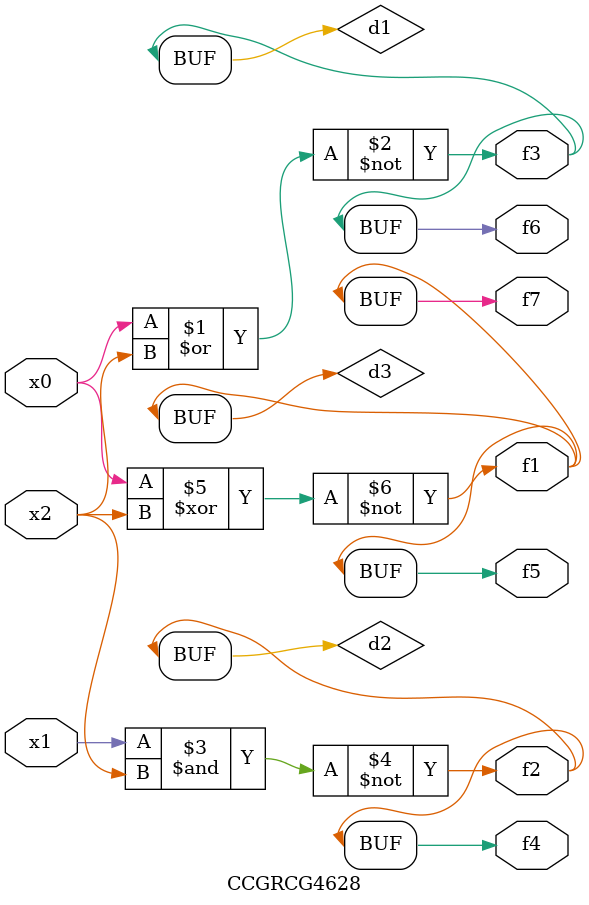
<source format=v>
module CCGRCG4628(
	input x0, x1, x2,
	output f1, f2, f3, f4, f5, f6, f7
);

	wire d1, d2, d3;

	nor (d1, x0, x2);
	nand (d2, x1, x2);
	xnor (d3, x0, x2);
	assign f1 = d3;
	assign f2 = d2;
	assign f3 = d1;
	assign f4 = d2;
	assign f5 = d3;
	assign f6 = d1;
	assign f7 = d3;
endmodule

</source>
